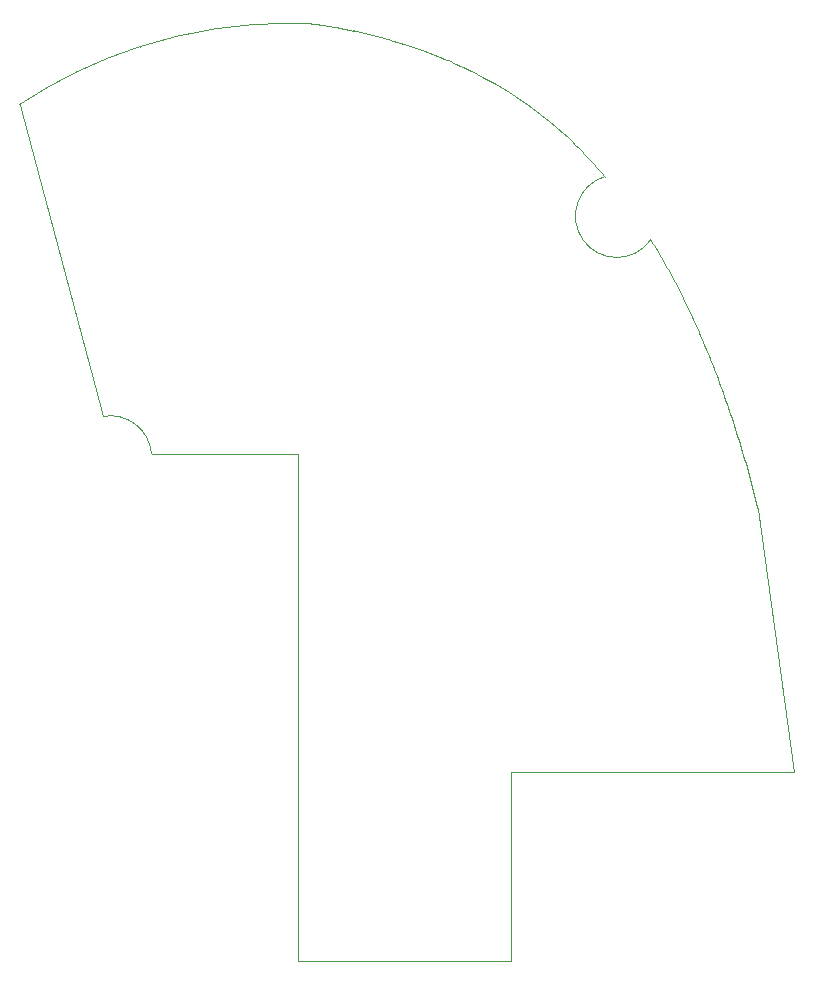
<source format=gbr>
%FSTAX23Y23*%
%MOMM*%
%SFA1B1*%

%IPPOS*%
%ADD44C,0.025400*%
%LNthrottlerlidpcb_profile-1*%
%LPD*%
G54D44*
X-46701Y17039D02*
D01*
D01*
G75*
G03X-50801Y20185I-03487J-00299D01*
G74*G01*
X-57875Y46586*
D01*
D01*
G75*
G02X-47693Y51491I22815J-34333D01*
G74*G01*
D01*
D01*
G75*
G02X-34871Y53475I12637J-39246D01*
G74*G01*
X-34803Y53475*
X-34037Y53471*
X-3333Y53467*
X-33318Y53465*
X-33309Y53465*
X-33301Y53464*
X-33292Y53463*
X-33284Y53462*
X-33275Y53461*
X-33266Y5346*
X-33258Y53459*
X-33249Y53458*
X-3324Y53457*
X-33231Y53455*
X-33221Y53454*
X-33212Y53453*
X-33203Y53452*
X-33193Y53451*
X-33184Y5345*
X-33174Y53449*
X-33164Y53448*
X-33155Y53446*
X-33145Y53445*
X-33135Y53444*
X-33125Y53443*
X-33114Y53442*
X-33099Y5344*
X-33083Y53438*
X-33068Y53436*
X-33052Y53434*
X-33036Y53432*
X-33019Y5343*
X-33003Y53428*
X-32986Y53426*
X-32969Y53423*
X-32952Y53421*
X-32935Y53419*
X-32917Y53417*
X-329Y53414*
X-32882Y53412*
X-32864Y5341*
X-32846Y53407*
X-32827Y53405*
X-32802Y53402*
X-32777Y53398*
X-32752Y53395*
X-32726Y53391*
X-327Y53388*
X-32673Y53384*
X-32647Y5338*
X-3262Y53377*
X-32592Y53373*
X-32565Y53369*
X-3253Y53364*
X-32494Y53359*
X-32458Y53354*
X-32422Y53348*
X-32385Y53343*
X-32347Y53337*
X-32309Y53332*
X-32263Y53325*
X-32217Y53318*
X-32169Y53311*
X-32121Y53303*
X-32072Y53296*
X-32015Y53287*
X-31956Y53277*
X-31897Y53268*
X-31836Y53258*
X-31766Y53247*
X-31695Y53235*
X-31614Y53222*
X-31531Y53208*
X-31438Y53192*
X-31343Y53176*
X-31236Y53157*
X-31118Y53136*
X-30987Y53112*
X-30843Y53086*
X-30686Y53056*
X-30503Y53021*
X-30283Y52978*
X-3Y52921*
X-29589Y52835*
D01*
D01*
G75*
G02X-27106Y52232I-09976J-46538D01*
G74*G01*
X-26666Y52111*
X-26292Y52003*
X-25956Y51904*
X-25645Y5181*
X-25347Y51717*
X-25062Y51626*
X-24789Y51538*
X-2453Y51451*
X-24285Y51368*
X-24038Y51283*
X-23806Y51201*
X-23573Y51117*
X-23354Y51037*
X-23135Y50955*
X-22916Y50871*
X-22711Y50792*
X-22506Y50712*
X-223Y5063*
X-22095Y50546*
X-21904Y50468*
X-21714Y50388*
X-21586Y50334*
X-21365Y50239*
X-21152Y50146*
X-20944Y50054*
X-20741Y49962*
X-20543Y49871*
X-2035Y49781*
X-20161Y49692*
X-19973Y49602*
X-1979Y49513*
X-1961Y49423*
X-19553Y49395*
X-19126Y49178*
X-18692Y48949*
X-18225Y48695*
X-177Y48399*
D01*
D01*
G75*
G02X-17097Y48043I-17419J-30225D01*
G74*G01*
D01*
D01*
G75*
G02X-16334Y47569I-17868J-29615D01*
G74*G01*
D01*
D01*
G75*
G02X-14701Y46457I-18416J-28806D01*
G74*G01*
D01*
D01*
G75*
G02X-12978Y45124I-20036J-27671D01*
G74*G01*
D01*
D01*
G75*
G02X-12345Y44589I-22006J-26641D01*
G74*G01*
D01*
D01*
G75*
G02X-11862Y44162I-22871J-26376D01*
G74*G01*
X-11469Y43803*
X-11123Y43477*
X-1082Y43185*
X-10542Y42911*
X-10285Y42653*
X-10051Y42413*
X-09829Y4218*
X-09618Y41957*
X-09418Y41741*
X-0923Y41535*
X-09051Y41337*
X-08884Y41149*
X-08718Y40959*
X-08561Y40779*
X-08535Y40749*
X-08367Y40551*
X-08315Y40491*
D01*
D01*
G75*
G03X-04439Y35133I01006J-03352D01*
G74*G01*
X-04298Y34905*
X-04162Y34684*
X-04028Y34462*
X-03895Y34239*
X-03762Y34016*
X-03631Y33791*
X-035Y33566*
X-03371Y33341*
X-03237Y33106*
X-03105Y3287*
X-02974Y32633*
X-02843Y32396*
X-02714Y32158*
X-02586Y3192*
X-02459Y3168*
X-02333Y31441*
X-02207Y312*
X-02079Y3095*
X-01951Y30699*
X-01825Y30448*
X-01699Y30196*
X-01575Y29944*
X-01452Y29691*
X-01329Y29437*
X-01204Y29174*
X-0108Y2891*
X-00957Y28646*
X-00835Y28382*
X-00714Y28116*
X-00594Y27851*
X-00471Y27576*
X-0035Y273*
X-00229Y27024*
X-0011Y26747*
X00011Y26461*
X00116Y26212*
X00238Y25918*
X00354Y25638*
X00469Y25356*
X00583Y25074*
X00695Y24791*
X00807Y24508*
X00918Y24224*
X01028Y23939*
X01137Y23654*
X01244Y23368*
X01351Y23081*
X01462Y22781*
X01572Y22479*
X01681Y22178*
X01789Y21875*
X01896Y21572*
X02001Y21268*
X02106Y20964*
X0221Y2066*
X02313Y20355*
X02414Y20049*
X02515Y19743*
X02615Y19436*
X02713Y19129*
X02811Y18822*
X02912Y185*
X03012Y18178*
X03111Y17855*
X03209Y17532*
X03306Y17209*
X03402Y16885*
X03497Y16561*
X03591Y16236*
X03683Y15911*
X03775Y15586*
X0387Y15247*
X03964Y14907*
X04056Y14567*
X04147Y14226*
X04238Y13886*
X04327Y13545*
X04415Y13204*
X04503Y12863*
X04589Y12521*
X04639Y12322*
X07715Y-09959*
X-163*
Y-25959*
X-343*
Y17039*
X-46701*
M02*
</source>
